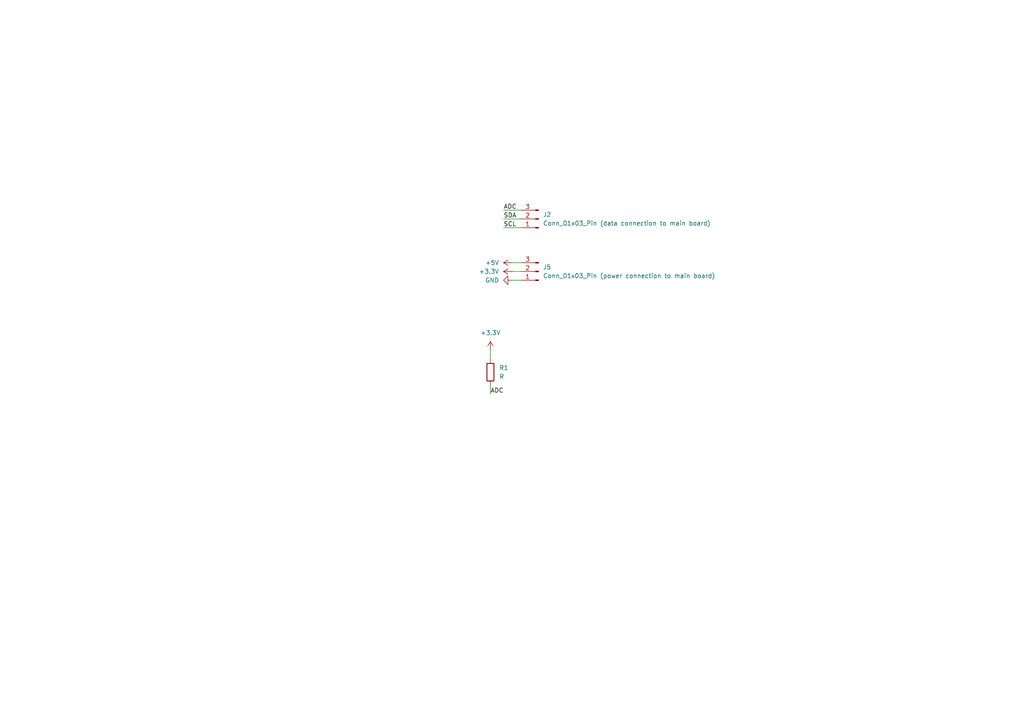
<source format=kicad_sch>
(kicad_sch (version 20250114) (generator "eeschema") (generator_version "9.0")
  (paper "A4")
  (lib_symbols
    (symbol "Connector:Conn_01x03_Pin" (pin_names (offset 1.016) (hide yes))
      (property "Reference" "J" (at 0 5.08 0))
      (property "Value" "Conn_01x03_Pin" (at 0 -5.08 0))
      (symbol "Conn_01x03_Pin_1_1"
        (rectangle (start 0.8636 2.667) (end 0 2.413) (stroke (width 0.1524)) (fill (type outline)))
        (rectangle (start 0.8636 0.127) (end 0 -0.127) (stroke (width 0.1524)) (fill (type outline)))
        (rectangle (start 0.8636 -2.413) (end 0 -2.667) (stroke (width 0.1524)) (fill (type outline)))
        (polyline (pts (xy 1.27 2.54) (xy 0.8636 2.54)) (stroke (width 0.1524)))
        (polyline (pts (xy 1.27 0) (xy 0.8636 0)) (stroke (width 0.1524)))
        (polyline (pts (xy 1.27 -2.54) (xy 0.8636 -2.54)) (stroke (width 0.1524)))
        (pin passive line (at 5.08 2.54 180) (length 3.81) (name "Pin_1") (number "1"))
        (pin passive line (at 5.08 0 180) (length 3.81) (name "Pin_2") (number "2"))
        (pin passive line (at 5.08 -2.54 180) (length 3.81) (name "Pin_3") (number "3"))
      )
    )
    (symbol "Device:R" (pin_numbers (hide yes)) (pin_names (offset 0))
      (property "Reference" "R" (at 2.032 0 90))
      (property "Value" "R" (at 0 0 90))
      (symbol "R_0_1"
        (rectangle (start -1.016 -2.54) (end 1.016 2.54) (stroke (width 0.254)))
      )
      (symbol "R_1_1"
        (pin passive line (at 0 3.81 270) (length 1.27) (name "~") (number "1"))
        (pin passive line (at 0 -3.81 90) (length 1.27) (name "~") (number "2"))
      )
    )
    (symbol "power:+3.3V" (power) (pin_numbers (hide yes)) (pin_names (offset 0) (hide yes))
      (property "Value" "+3.3V" (at 0 3.556 0))
      (symbol "+3.3V_0_1"
        (polyline (pts (xy -0.762 1.27) (xy 0 2.54)))
        (polyline (pts (xy 0 2.54) (xy 0.762 1.27)))
        (polyline (pts (xy 0 0) (xy 0 2.54)))
      )
      (symbol "+3.3V_1_1"
        (pin power_in line (at 0 0 90) (length 0) (name "~") (number "1"))
      )
    )
    (symbol "power:+5V" (power) (pin_numbers (hide yes)) (pin_names (offset 0) (hide yes))
      (property "Value" "+5V" (at 0 3.556 0))
      (symbol "+5V_0_1"
        (polyline (pts (xy -0.762 1.27) (xy 0 2.54)))
        (polyline (pts (xy 0 2.54) (xy 0.762 1.27)))
        (polyline (pts (xy 0 0) (xy 0 2.54)))
      )
      (symbol "+5V_1_1"
        (pin power_in line (at 0 0 90) (length 0) (name "~") (number "1"))
      )
    )
    (symbol "power:GND" (power) (pin_numbers (hide yes)) (pin_names (offset 0) (hide yes))
      (property "Value" "GND" (at 0 -3.81 0))
      (symbol "GND_0_1"
        (polyline (pts (xy 0 0) (xy 0 -1.27) (xy 1.27 -1.27) (xy 0 -2.54) (xy -1.27 -1.27) (xy 0 -1.27)))
      )
      (symbol "GND_1_1"
        (pin power_in line (at 0 0 270) (length 0) (name "~") (number "1"))
      )
    )
  )
  (wire (pts (xy 146.05 66.04) (xy 151.13 66.04)))
  (wire (pts (xy 146.05 63.5) (xy 151.13 63.5)))
  (wire (pts (xy 148.59 76.2) (xy 151.13 76.2)))
  (wire (pts (xy 148.59 78.74) (xy 151.13 78.74)))
  (wire (pts (xy 142.24 101.6) (xy 142.24 104.14)))
  (wire (pts (xy 146.05 60.96) (xy 151.13 60.96)))
  (wire (pts (xy 142.24 114.3) (xy 142.24 111.76)))
  (wire (pts (xy 148.59 81.28) (xy 151.13 81.28)))
  (label "ADC" (at 146.05 60.96 0))
  (label "SDA" (at 146.05 63.5 0))
  (label "ADC" (at 142.24 114.3 0))
  (label "SCL" (at 146.05 66.04 0))
  (symbol (lib_id "power:+3.3V") (at 148.59 78.74 90) (unit 1)
    (property "Reference" "#PWR012" (effects (hide yes)))
    (property "Value" "+3.3V" (at 144.78 78.7399 90) (effects (justify left)))
    (property "Description" "Power symbol creates a global label with name \"+3.3V\"" (effects (hide yes)))
  )
  (symbol (lib_id "power:+5V") (at 148.59 76.2 90) (unit 1)
    (property "Reference" "#PWR013" (effects (hide yes)))
    (property "Value" "+5V" (at 144.78 76.1999 90) (effects (justify left)))
    (property "Description" "Power symbol creates a global label with name \"+5V\"" (effects (hide yes)))
  )
  (symbol (lib_id "Connector:Conn_01x03_Pin") (at 156.21 63.5 180) (unit 1)
    (property "Reference" "J2" (at 157.48 62.2299 0) (effects (justify right)))
    (property "Value" "Conn_01x03_Pin (data connection to main board)" (at 157.48 64.7699 0) (effects (justify right)))
    (property "Description" "Generic connector, single row, 01x03, script generated" (effects (hide yes)))
  )
  (symbol (lib_id "Connector:Conn_01x03_Pin") (at 156.21 78.74 180) (unit 1)
    (property "Reference" "J5" (at 157.48 77.4699 0) (effects (justify right)))
    (property "Value" "Conn_01x03_Pin (power connection to main board)" (at 157.48 80.0099 0) (effects (justify right)))
    (property "Description" "Generic connector, single row, 01x03, script generated" (effects (hide yes)))
  )
  (symbol (lib_id "power:+3.3V") (at 142.24 101.6 0) (unit 1)
    (property "Reference" "#PWR02" (effects (hide yes)))
    (property "Value" "+3.3V" (at 142.24 96.52 0))
    (property "Description" "Power symbol creates a global label with name \"+3.3V\"" (effects (hide yes)))
  )
  (symbol (lib_id "power:GND") (at 148.59 81.28 270) (unit 1)
    (property "Reference" "#PWR011" (effects (hide yes)))
    (property "Value" "GND" (at 144.78 81.2799 90) (effects (justify right)))
    (property "Description" "Power symbol creates a global label with name \"GND\" , ground" (effects (hide yes)))
  )
  (symbol (lib_id "Device:R") (at 142.24 107.95 0) (unit 1)
    (property "Reference" "R1" (at 144.78 106.6799 0) (effects (justify left)))
    (property "Value" "R" (at 144.78 109.2199 0) (effects (justify left)))
    (property "Footprint" "OptoDevice:R_LDR_4.9x4.2mm_P2.54mm_Vertical" (effects (hide yes)))
    (property "Description" "Resistor" (effects (hide yes)))
  )
)
</source>
